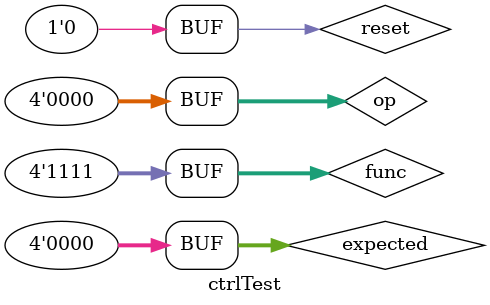
<source format=v>
`timescale 1ns / 1ps


module ctrlTest;

	// Inputs
	reg [3:0] op;
	reg [3:0] func;
	reg [3:0] expected;
	reg reset;
	
	wire [3:0] ALUop;

	// Instantiate the Unit Under Test (UUT)
	ALUcontrol uut (
		.op(op), 
		.func(func),
		.reset(reset),
		.ALUop(ALUop)
	);

	initial begin
		// Initialize Inputs
		op = 0;
		func = 0;
		reset = 0;

		// Wait 100 ns for global reset to finish
		#100;
		
		op = 'b0001; expected = 'b0000; #10;
		func = 1; #10; func = 2; #10; func = 3; #10;
		func = 4; #10; func = 5; #10; func = 6; #10;
		func = 7; #10; func = 8; #10; func = 9; #10;
		func = 10; #10; func = 11; #10; func = 12; #10;
		func = 13; #10; func = 14; #10; func = 15; #10;
		
		op = 'b0001; expected = 'b0000; #10;
		op = 'b0010; expected = 'b0111; #10;
		op = 'b0011; expected = 'b0111; #10;
		op = 'b0100; expected = 'b0000; #10;
		op = 'b0101; expected = 'b0000; #10;
		op = 'b0110; expected = 'b0000; #10;
		op = 'b0111; expected = 'b0000; #10;
		op = 'b1000; expected = 'b0000; #10;
		op = 'b1001; expected = 'b0001; #10;
		op = 'b1010; expected = 'b0011; #10;
		op = 'b1011; expected = 'b0100; #10;
		op = 'b1100; expected = 'b0101; #10;
		op = 'b1101; expected = 'b0110; #10;
		op = 'b1110; expected = 'b0000; #10;
		op = 'b1111; expected = 'b1111; #10;
		
		op = 0;
		func = 'b0000; expected = 'b0000; #10;
		func = 'b0001; expected = 'b0011; #10;
		func = 'b0010; expected = 'b0001; #10;
		func = 'b0011; expected = 'b0010; #10;
		func = 'b0100; expected = 'b0100; #10;
		func = 'b0101; expected = 'b0000; #10;
		func = 'b0110; expected = 'b0000; #10;
		func = 'b0111; expected = 'b0000; #10;
		func = 'b1000; expected = 'b1111; #10;
		func = 'b1001; expected = 'b1110; #10;
		func = 'b1010; expected = 'b1110; #10;
		func = 'b1011; expected = 'b0000; #10;
		func = 'b1100; expected = 'b0000; #10;
		func = 'b1101; expected = 'b0000; #10;
		func = 'b1110; expected = 'b0000; #10;
		func = 'b1111; expected = 'b0000; #10;

	end
      
endmodule


</source>
